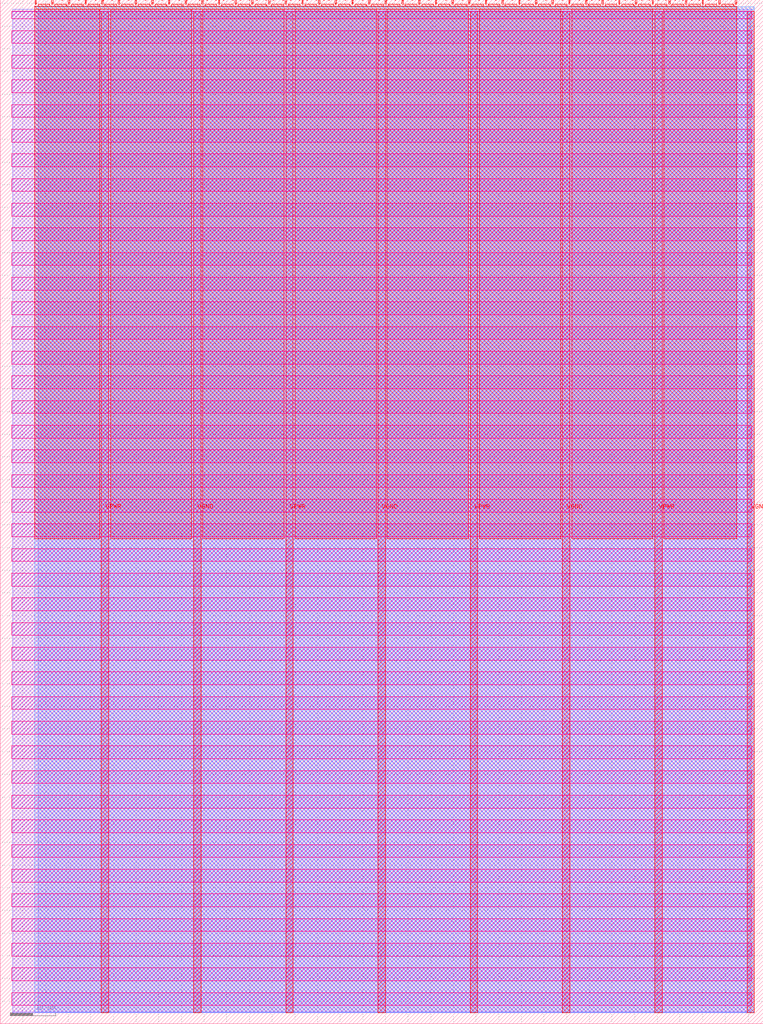
<source format=lef>
VERSION 5.7 ;
  NOWIREEXTENSIONATPIN ON ;
  DIVIDERCHAR "/" ;
  BUSBITCHARS "[]" ;
MACRO tt_um_riceshelley_tinyFPGA
  CLASS BLOCK ;
  FOREIGN tt_um_riceshelley_tinyFPGA ;
  ORIGIN 0.000 0.000 ;
  SIZE 168.360 BY 225.760 ;
  PIN VGND
    DIRECTION INOUT ;
    USE GROUND ;
    PORT
      LAYER met4 ;
        RECT 42.670 2.480 44.270 223.280 ;
    END
    PORT
      LAYER met4 ;
        RECT 83.380 2.480 84.980 223.280 ;
    END
    PORT
      LAYER met4 ;
        RECT 124.090 2.480 125.690 223.280 ;
    END
    PORT
      LAYER met4 ;
        RECT 164.800 2.480 166.400 223.280 ;
    END
  END VGND
  PIN VPWR
    DIRECTION INOUT ;
    USE POWER ;
    PORT
      LAYER met4 ;
        RECT 22.315 2.480 23.915 223.280 ;
    END
    PORT
      LAYER met4 ;
        RECT 63.025 2.480 64.625 223.280 ;
    END
    PORT
      LAYER met4 ;
        RECT 103.735 2.480 105.335 223.280 ;
    END
    PORT
      LAYER met4 ;
        RECT 144.445 2.480 146.045 223.280 ;
    END
  END VPWR
  PIN clk
    DIRECTION INPUT ;
    USE SIGNAL ;
    ANTENNAGATEAREA 0.852000 ;
    PORT
      LAYER met4 ;
        RECT 158.550 224.760 158.850 225.760 ;
    END
  END clk
  PIN ena
    DIRECTION INPUT ;
    USE SIGNAL ;
    ANTENNAGATEAREA 0.196500 ;
    PORT
      LAYER met4 ;
        RECT 162.230 224.760 162.530 225.760 ;
    END
  END ena
  PIN rst_n
    DIRECTION INPUT ;
    USE SIGNAL ;
    ANTENNAGATEAREA 0.213000 ;
    PORT
      LAYER met4 ;
        RECT 154.870 224.760 155.170 225.760 ;
    END
  END rst_n
  PIN ui_in[0]
    DIRECTION INPUT ;
    USE SIGNAL ;
    ANTENNAGATEAREA 0.213000 ;
    PORT
      LAYER met4 ;
        RECT 151.190 224.760 151.490 225.760 ;
    END
  END ui_in[0]
  PIN ui_in[1]
    DIRECTION INPUT ;
    USE SIGNAL ;
    ANTENNAGATEAREA 0.196500 ;
    PORT
      LAYER met4 ;
        RECT 147.510 224.760 147.810 225.760 ;
    END
  END ui_in[1]
  PIN ui_in[2]
    DIRECTION INPUT ;
    USE SIGNAL ;
    ANTENNAGATEAREA 0.213000 ;
    PORT
      LAYER met4 ;
        RECT 143.830 224.760 144.130 225.760 ;
    END
  END ui_in[2]
  PIN ui_in[3]
    DIRECTION INPUT ;
    USE SIGNAL ;
    ANTENNAGATEAREA 0.196500 ;
    PORT
      LAYER met4 ;
        RECT 140.150 224.760 140.450 225.760 ;
    END
  END ui_in[3]
  PIN ui_in[4]
    DIRECTION INPUT ;
    USE SIGNAL ;
    PORT
      LAYER met4 ;
        RECT 136.470 224.760 136.770 225.760 ;
    END
  END ui_in[4]
  PIN ui_in[5]
    DIRECTION INPUT ;
    USE SIGNAL ;
    PORT
      LAYER met4 ;
        RECT 132.790 224.760 133.090 225.760 ;
    END
  END ui_in[5]
  PIN ui_in[6]
    DIRECTION INPUT ;
    USE SIGNAL ;
    PORT
      LAYER met4 ;
        RECT 129.110 224.760 129.410 225.760 ;
    END
  END ui_in[6]
  PIN ui_in[7]
    DIRECTION INPUT ;
    USE SIGNAL ;
    PORT
      LAYER met4 ;
        RECT 125.430 224.760 125.730 225.760 ;
    END
  END ui_in[7]
  PIN uio_in[0]
    DIRECTION INPUT ;
    USE SIGNAL ;
    ANTENNAGATEAREA 0.213000 ;
    PORT
      LAYER met4 ;
        RECT 121.750 224.760 122.050 225.760 ;
    END
  END uio_in[0]
  PIN uio_in[1]
    DIRECTION INPUT ;
    USE SIGNAL ;
    ANTENNAGATEAREA 0.213000 ;
    PORT
      LAYER met4 ;
        RECT 118.070 224.760 118.370 225.760 ;
    END
  END uio_in[1]
  PIN uio_in[2]
    DIRECTION INPUT ;
    USE SIGNAL ;
    ANTENNAGATEAREA 0.196500 ;
    PORT
      LAYER met4 ;
        RECT 114.390 224.760 114.690 225.760 ;
    END
  END uio_in[2]
  PIN uio_in[3]
    DIRECTION INPUT ;
    USE SIGNAL ;
    ANTENNAGATEAREA 0.196500 ;
    PORT
      LAYER met4 ;
        RECT 110.710 224.760 111.010 225.760 ;
    END
  END uio_in[3]
  PIN uio_in[4]
    DIRECTION INPUT ;
    USE SIGNAL ;
    ANTENNAGATEAREA 0.213000 ;
    PORT
      LAYER met4 ;
        RECT 107.030 224.760 107.330 225.760 ;
    END
  END uio_in[4]
  PIN uio_in[5]
    DIRECTION INPUT ;
    USE SIGNAL ;
    ANTENNAGATEAREA 0.213000 ;
    PORT
      LAYER met4 ;
        RECT 103.350 224.760 103.650 225.760 ;
    END
  END uio_in[5]
  PIN uio_in[6]
    DIRECTION INPUT ;
    USE SIGNAL ;
    ANTENNAGATEAREA 0.196500 ;
    PORT
      LAYER met4 ;
        RECT 99.670 224.760 99.970 225.760 ;
    END
  END uio_in[6]
  PIN uio_in[7]
    DIRECTION INPUT ;
    USE SIGNAL ;
    ANTENNAGATEAREA 0.213000 ;
    PORT
      LAYER met4 ;
        RECT 95.990 224.760 96.290 225.760 ;
    END
  END uio_in[7]
  PIN uio_oe[0]
    DIRECTION OUTPUT TRISTATE ;
    USE SIGNAL ;
    ANTENNADIFFAREA 0.795200 ;
    PORT
      LAYER met4 ;
        RECT 33.430 224.760 33.730 225.760 ;
    END
  END uio_oe[0]
  PIN uio_oe[1]
    DIRECTION OUTPUT TRISTATE ;
    USE SIGNAL ;
    ANTENNADIFFAREA 0.445500 ;
    PORT
      LAYER met4 ;
        RECT 29.750 224.760 30.050 225.760 ;
    END
  END uio_oe[1]
  PIN uio_oe[2]
    DIRECTION OUTPUT TRISTATE ;
    USE SIGNAL ;
    ANTENNADIFFAREA 0.795200 ;
    PORT
      LAYER met4 ;
        RECT 26.070 224.760 26.370 225.760 ;
    END
  END uio_oe[2]
  PIN uio_oe[3]
    DIRECTION OUTPUT TRISTATE ;
    USE SIGNAL ;
    ANTENNADIFFAREA 0.795200 ;
    PORT
      LAYER met4 ;
        RECT 22.390 224.760 22.690 225.760 ;
    END
  END uio_oe[3]
  PIN uio_oe[4]
    DIRECTION OUTPUT TRISTATE ;
    USE SIGNAL ;
    ANTENNADIFFAREA 0.795200 ;
    PORT
      LAYER met4 ;
        RECT 18.710 224.760 19.010 225.760 ;
    END
  END uio_oe[4]
  PIN uio_oe[5]
    DIRECTION OUTPUT TRISTATE ;
    USE SIGNAL ;
    ANTENNADIFFAREA 0.795200 ;
    PORT
      LAYER met4 ;
        RECT 15.030 224.760 15.330 225.760 ;
    END
  END uio_oe[5]
  PIN uio_oe[6]
    DIRECTION OUTPUT TRISTATE ;
    USE SIGNAL ;
    ANTENNADIFFAREA 0.795200 ;
    PORT
      LAYER met4 ;
        RECT 11.350 224.760 11.650 225.760 ;
    END
  END uio_oe[6]
  PIN uio_oe[7]
    DIRECTION OUTPUT TRISTATE ;
    USE SIGNAL ;
    ANTENNADIFFAREA 0.795200 ;
    PORT
      LAYER met4 ;
        RECT 7.670 224.760 7.970 225.760 ;
    END
  END uio_oe[7]
  PIN uio_out[0]
    DIRECTION OUTPUT TRISTATE ;
    USE SIGNAL ;
    ANTENNADIFFAREA 1.336500 ;
    PORT
      LAYER met4 ;
        RECT 62.870 224.760 63.170 225.760 ;
    END
  END uio_out[0]
  PIN uio_out[1]
    DIRECTION OUTPUT TRISTATE ;
    USE SIGNAL ;
    ANTENNADIFFAREA 1.336500 ;
    PORT
      LAYER met4 ;
        RECT 59.190 224.760 59.490 225.760 ;
    END
  END uio_out[1]
  PIN uio_out[2]
    DIRECTION OUTPUT TRISTATE ;
    USE SIGNAL ;
    ANTENNADIFFAREA 0.891000 ;
    PORT
      LAYER met4 ;
        RECT 55.510 224.760 55.810 225.760 ;
    END
  END uio_out[2]
  PIN uio_out[3]
    DIRECTION OUTPUT TRISTATE ;
    USE SIGNAL ;
    ANTENNADIFFAREA 1.336500 ;
    PORT
      LAYER met4 ;
        RECT 51.830 224.760 52.130 225.760 ;
    END
  END uio_out[3]
  PIN uio_out[4]
    DIRECTION OUTPUT TRISTATE ;
    USE SIGNAL ;
    ANTENNADIFFAREA 1.336500 ;
    PORT
      LAYER met4 ;
        RECT 48.150 224.760 48.450 225.760 ;
    END
  END uio_out[4]
  PIN uio_out[5]
    DIRECTION OUTPUT TRISTATE ;
    USE SIGNAL ;
    ANTENNADIFFAREA 1.336500 ;
    PORT
      LAYER met4 ;
        RECT 44.470 224.760 44.770 225.760 ;
    END
  END uio_out[5]
  PIN uio_out[6]
    DIRECTION OUTPUT TRISTATE ;
    USE SIGNAL ;
    ANTENNADIFFAREA 1.336500 ;
    PORT
      LAYER met4 ;
        RECT 40.790 224.760 41.090 225.760 ;
    END
  END uio_out[6]
  PIN uio_out[7]
    DIRECTION OUTPUT TRISTATE ;
    USE SIGNAL ;
    ANTENNADIFFAREA 1.336500 ;
    PORT
      LAYER met4 ;
        RECT 37.110 224.760 37.410 225.760 ;
    END
  END uio_out[7]
  PIN uo_out[0]
    DIRECTION OUTPUT TRISTATE ;
    USE SIGNAL ;
    ANTENNADIFFAREA 0.795200 ;
    PORT
      LAYER met4 ;
        RECT 92.310 224.760 92.610 225.760 ;
    END
  END uo_out[0]
  PIN uo_out[1]
    DIRECTION OUTPUT TRISTATE ;
    USE SIGNAL ;
    PORT
      LAYER met4 ;
        RECT 88.630 224.760 88.930 225.760 ;
    END
  END uo_out[1]
  PIN uo_out[2]
    DIRECTION OUTPUT TRISTATE ;
    USE SIGNAL ;
    PORT
      LAYER met4 ;
        RECT 84.950 224.760 85.250 225.760 ;
    END
  END uo_out[2]
  PIN uo_out[3]
    DIRECTION OUTPUT TRISTATE ;
    USE SIGNAL ;
    PORT
      LAYER met4 ;
        RECT 81.270 224.760 81.570 225.760 ;
    END
  END uo_out[3]
  PIN uo_out[4]
    DIRECTION OUTPUT TRISTATE ;
    USE SIGNAL ;
    PORT
      LAYER met4 ;
        RECT 77.590 224.760 77.890 225.760 ;
    END
  END uo_out[4]
  PIN uo_out[5]
    DIRECTION OUTPUT TRISTATE ;
    USE SIGNAL ;
    PORT
      LAYER met4 ;
        RECT 73.910 224.760 74.210 225.760 ;
    END
  END uo_out[5]
  PIN uo_out[6]
    DIRECTION OUTPUT TRISTATE ;
    USE SIGNAL ;
    PORT
      LAYER met4 ;
        RECT 70.230 224.760 70.530 225.760 ;
    END
  END uo_out[6]
  PIN uo_out[7]
    DIRECTION OUTPUT TRISTATE ;
    USE SIGNAL ;
    PORT
      LAYER met4 ;
        RECT 66.550 224.760 66.850 225.760 ;
    END
  END uo_out[7]
  OBS
      LAYER nwell ;
        RECT 2.570 221.625 165.790 223.230 ;
        RECT 2.570 216.185 165.790 219.015 ;
        RECT 2.570 210.745 165.790 213.575 ;
        RECT 2.570 205.305 165.790 208.135 ;
        RECT 2.570 199.865 165.790 202.695 ;
        RECT 2.570 194.425 165.790 197.255 ;
        RECT 2.570 188.985 165.790 191.815 ;
        RECT 2.570 183.545 165.790 186.375 ;
        RECT 2.570 178.105 165.790 180.935 ;
        RECT 2.570 172.665 165.790 175.495 ;
        RECT 2.570 167.225 165.790 170.055 ;
        RECT 2.570 161.785 165.790 164.615 ;
        RECT 2.570 156.345 165.790 159.175 ;
        RECT 2.570 150.905 165.790 153.735 ;
        RECT 2.570 145.465 165.790 148.295 ;
        RECT 2.570 140.025 165.790 142.855 ;
        RECT 2.570 134.585 165.790 137.415 ;
        RECT 2.570 129.145 165.790 131.975 ;
        RECT 2.570 123.705 165.790 126.535 ;
        RECT 2.570 118.265 165.790 121.095 ;
        RECT 2.570 112.825 165.790 115.655 ;
        RECT 2.570 107.385 165.790 110.215 ;
        RECT 2.570 101.945 165.790 104.775 ;
        RECT 2.570 96.505 165.790 99.335 ;
        RECT 2.570 91.065 165.790 93.895 ;
        RECT 2.570 85.625 165.790 88.455 ;
        RECT 2.570 80.185 165.790 83.015 ;
        RECT 2.570 74.745 165.790 77.575 ;
        RECT 2.570 69.305 165.790 72.135 ;
        RECT 2.570 63.865 165.790 66.695 ;
        RECT 2.570 58.425 165.790 61.255 ;
        RECT 2.570 52.985 165.790 55.815 ;
        RECT 2.570 47.545 165.790 50.375 ;
        RECT 2.570 42.105 165.790 44.935 ;
        RECT 2.570 36.665 165.790 39.495 ;
        RECT 2.570 31.225 165.790 34.055 ;
        RECT 2.570 25.785 165.790 28.615 ;
        RECT 2.570 20.345 165.790 23.175 ;
        RECT 2.570 14.905 165.790 17.735 ;
        RECT 2.570 9.465 165.790 12.295 ;
        RECT 2.570 4.025 165.790 6.855 ;
      LAYER li1 ;
        RECT 2.760 2.635 165.600 223.125 ;
      LAYER met1 ;
        RECT 2.760 2.480 166.400 223.680 ;
      LAYER met2 ;
        RECT 8.370 2.535 166.370 224.245 ;
      LAYER met3 ;
        RECT 7.630 2.555 166.390 224.225 ;
      LAYER met4 ;
        RECT 8.370 224.360 10.950 224.760 ;
        RECT 12.050 224.360 14.630 224.760 ;
        RECT 15.730 224.360 18.310 224.760 ;
        RECT 19.410 224.360 21.990 224.760 ;
        RECT 23.090 224.360 25.670 224.760 ;
        RECT 26.770 224.360 29.350 224.760 ;
        RECT 30.450 224.360 33.030 224.760 ;
        RECT 34.130 224.360 36.710 224.760 ;
        RECT 37.810 224.360 40.390 224.760 ;
        RECT 41.490 224.360 44.070 224.760 ;
        RECT 45.170 224.360 47.750 224.760 ;
        RECT 48.850 224.360 51.430 224.760 ;
        RECT 52.530 224.360 55.110 224.760 ;
        RECT 56.210 224.360 58.790 224.760 ;
        RECT 59.890 224.360 62.470 224.760 ;
        RECT 63.570 224.360 66.150 224.760 ;
        RECT 67.250 224.360 69.830 224.760 ;
        RECT 70.930 224.360 73.510 224.760 ;
        RECT 74.610 224.360 77.190 224.760 ;
        RECT 78.290 224.360 80.870 224.760 ;
        RECT 81.970 224.360 84.550 224.760 ;
        RECT 85.650 224.360 88.230 224.760 ;
        RECT 89.330 224.360 91.910 224.760 ;
        RECT 93.010 224.360 95.590 224.760 ;
        RECT 96.690 224.360 99.270 224.760 ;
        RECT 100.370 224.360 102.950 224.760 ;
        RECT 104.050 224.360 106.630 224.760 ;
        RECT 107.730 224.360 110.310 224.760 ;
        RECT 111.410 224.360 113.990 224.760 ;
        RECT 115.090 224.360 117.670 224.760 ;
        RECT 118.770 224.360 121.350 224.760 ;
        RECT 122.450 224.360 125.030 224.760 ;
        RECT 126.130 224.360 128.710 224.760 ;
        RECT 129.810 224.360 132.390 224.760 ;
        RECT 133.490 224.360 136.070 224.760 ;
        RECT 137.170 224.360 139.750 224.760 ;
        RECT 140.850 224.360 143.430 224.760 ;
        RECT 144.530 224.360 147.110 224.760 ;
        RECT 148.210 224.360 150.790 224.760 ;
        RECT 151.890 224.360 154.470 224.760 ;
        RECT 155.570 224.360 158.150 224.760 ;
        RECT 159.250 224.360 161.830 224.760 ;
        RECT 7.655 223.680 162.545 224.360 ;
        RECT 7.655 106.935 21.915 223.680 ;
        RECT 24.315 106.935 42.270 223.680 ;
        RECT 44.670 106.935 62.625 223.680 ;
        RECT 65.025 106.935 82.980 223.680 ;
        RECT 85.380 106.935 103.335 223.680 ;
        RECT 105.735 106.935 123.690 223.680 ;
        RECT 126.090 106.935 144.045 223.680 ;
        RECT 146.445 106.935 162.545 223.680 ;
  END
END tt_um_riceshelley_tinyFPGA
END LIBRARY


</source>
